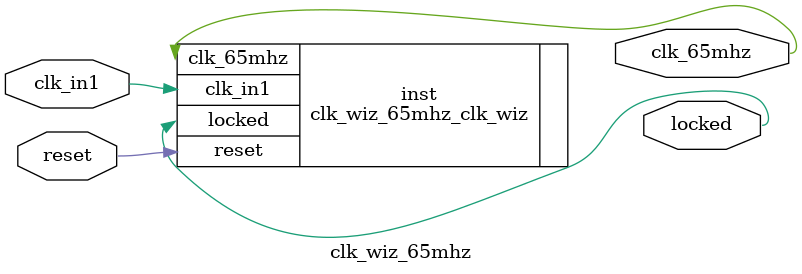
<source format=v>


`timescale 1ps/1ps

(* CORE_GENERATION_INFO = "clk_wiz_65mhz,clk_wiz_v6_0_4_0_0,{component_name=clk_wiz_65mhz,use_phase_alignment=true,use_min_o_jitter=false,use_max_i_jitter=false,use_dyn_phase_shift=false,use_inclk_switchover=false,use_dyn_reconfig=false,enable_axi=0,feedback_source=FDBK_AUTO,PRIMITIVE=MMCM,num_out_clk=1,clkin1_period=10.000,clkin2_period=10.000,use_power_down=false,use_reset=true,use_locked=true,use_inclk_stopped=false,feedback_type=SINGLE,CLOCK_MGR_TYPE=NA,manual_override=false}" *)

module clk_wiz_65mhz 
 (
  // Clock out ports
  output        clk_65mhz,
  // Status and control signals
  input         reset,
  output        locked,
 // Clock in ports
  input         clk_in1
 );

  clk_wiz_65mhz_clk_wiz inst
  (
  // Clock out ports  
  .clk_65mhz(clk_65mhz),
  // Status and control signals               
  .reset(reset), 
  .locked(locked),
 // Clock in ports
  .clk_in1(clk_in1)
  );

endmodule

</source>
